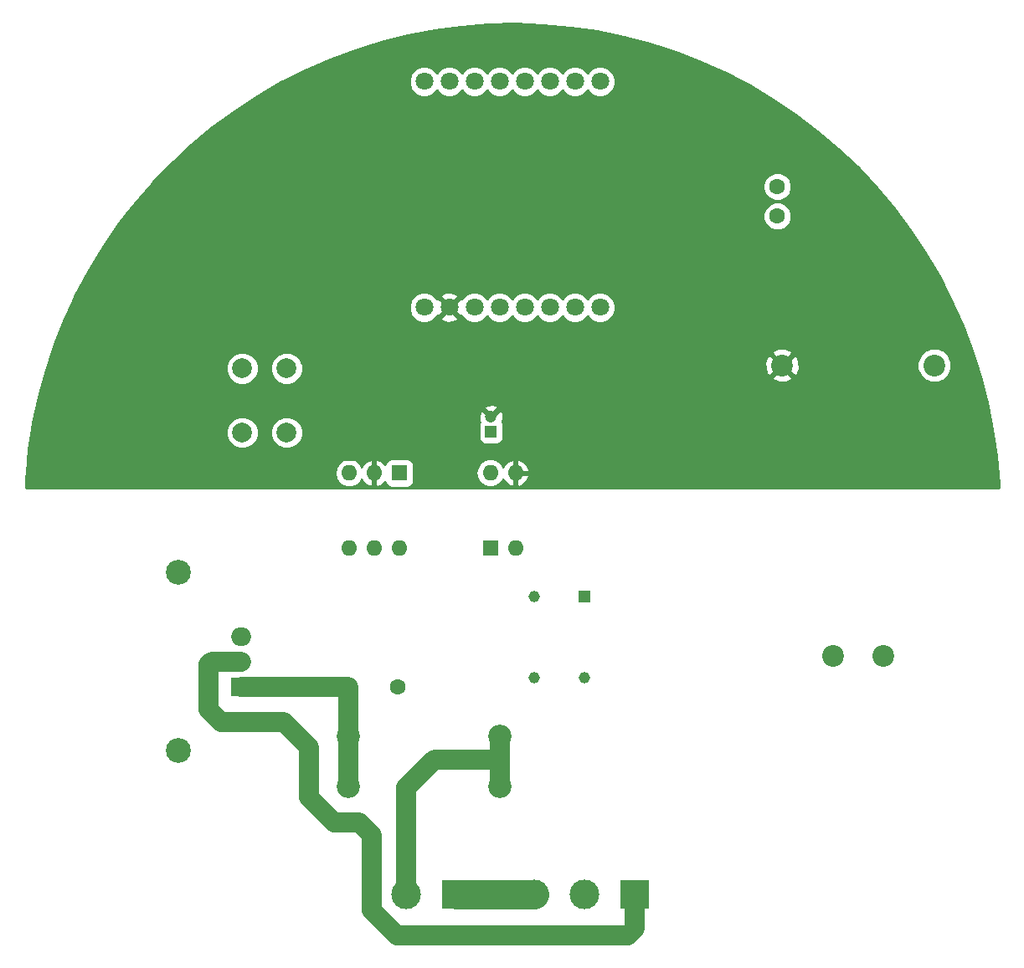
<source format=gbr>
G04 #@! TF.GenerationSoftware,KiCad,Pcbnew,5.0.2+dfsg1-1*
G04 #@! TF.CreationDate,2019-06-14T16:53:16+02:00*
G04 #@! TF.ProjectId,mains-light-controller,6d61696e-732d-46c6-9967-68742d636f6e,v1.0.1*
G04 #@! TF.SameCoordinates,Original*
G04 #@! TF.FileFunction,Copper,L2,Bot*
G04 #@! TF.FilePolarity,Positive*
%FSLAX46Y46*%
G04 Gerber Fmt 4.6, Leading zero omitted, Abs format (unit mm)*
G04 Created by KiCad (PCBNEW 5.0.2+dfsg1-1) date fre 14 jun 2019 16:53:16 CEST*
%MOMM*%
%LPD*%
G01*
G04 APERTURE LIST*
G04 #@! TA.AperFunction,ComponentPad*
%ADD10C,2.350000*%
G04 #@! TD*
G04 #@! TA.AperFunction,ComponentPad*
%ADD11R,1.160000X1.160000*%
G04 #@! TD*
G04 #@! TA.AperFunction,ComponentPad*
%ADD12C,1.160000*%
G04 #@! TD*
G04 #@! TA.AperFunction,ComponentPad*
%ADD13C,2.524000*%
G04 #@! TD*
G04 #@! TA.AperFunction,ComponentPad*
%ADD14O,2.000000X1.905000*%
G04 #@! TD*
G04 #@! TA.AperFunction,ComponentPad*
%ADD15R,2.000000X1.905000*%
G04 #@! TD*
G04 #@! TA.AperFunction,ComponentPad*
%ADD16C,1.600000*%
G04 #@! TD*
G04 #@! TA.AperFunction,ComponentPad*
%ADD17C,1.800000*%
G04 #@! TD*
G04 #@! TA.AperFunction,ComponentPad*
%ADD18C,2.200000*%
G04 #@! TD*
G04 #@! TA.AperFunction,ComponentPad*
%ADD19C,2.000000*%
G04 #@! TD*
G04 #@! TA.AperFunction,ComponentPad*
%ADD20C,1.200000*%
G04 #@! TD*
G04 #@! TA.AperFunction,ComponentPad*
%ADD21R,1.200000X1.200000*%
G04 #@! TD*
G04 #@! TA.AperFunction,ComponentPad*
%ADD22R,3.000000X3.000000*%
G04 #@! TD*
G04 #@! TA.AperFunction,ComponentPad*
%ADD23C,3.000000*%
G04 #@! TD*
G04 #@! TA.AperFunction,ComponentPad*
%ADD24O,1.600000X1.600000*%
G04 #@! TD*
G04 #@! TA.AperFunction,ComponentPad*
%ADD25R,1.600000X1.600000*%
G04 #@! TD*
G04 #@! TA.AperFunction,Conductor*
%ADD26C,2.000000*%
G04 #@! TD*
G04 #@! TA.AperFunction,Conductor*
%ADD27C,3.000000*%
G04 #@! TD*
G04 #@! TA.AperFunction,Conductor*
%ADD28C,0.254000*%
G04 #@! TD*
G04 APERTURE END LIST*
D10*
G04 #@! TO.P,F1,2*
G04 #@! TO.N,Net-(F1-Pad2)*
X63720000Y-87800000D03*
X63720000Y-92880000D03*
G04 #@! TO.P,F1,1*
G04 #@! TO.N,L_OUT*
X48400000Y-87800000D03*
X48400000Y-92880000D03*
G04 #@! TD*
D11*
G04 #@! TO.P,BR1,1*
G04 #@! TO.N,Net-(BR1-Pad1)*
X72350000Y-73675000D03*
D12*
G04 #@! TO.P,BR1,2*
G04 #@! TO.N,Net-(BR1-Pad2)*
X67250000Y-73675000D03*
G04 #@! TO.P,BR1,3*
G04 #@! TO.N,N_MAIN*
X67250000Y-81925000D03*
G04 #@! TO.P,BR1,4*
G04 #@! TO.N,M1_IN*
X72350000Y-81925000D03*
G04 #@! TD*
D13*
G04 #@! TO.P,Q1,5*
G04 #@! TO.N,N/C*
X31290000Y-71260000D03*
G04 #@! TO.P,Q1,4*
X31289999Y-89260000D03*
D14*
G04 #@! TO.P,Q1,3*
G04 #@! TO.N,Net-(Q1-Pad3)*
X37600000Y-77720000D03*
G04 #@! TO.P,Q1,2*
G04 #@! TO.N,M2_IN*
X37600000Y-80260000D03*
D15*
G04 #@! TO.P,Q1,1*
G04 #@! TO.N,L_OUT*
X37600000Y-82800000D03*
G04 #@! TD*
D16*
G04 #@! TO.P,R7,1*
G04 #@! TO.N,+3V3*
X91800000Y-35200000D03*
G04 #@! TO.P,R7,2*
G04 #@! TO.N,A0*
X91800000Y-32200000D03*
G04 #@! TD*
D17*
G04 #@! TO.P,U4,16*
G04 #@! TO.N,+3V3*
X56110000Y-21570000D03*
G04 #@! TO.P,U4,1*
G04 #@! TO.N,+5V*
X56110000Y-44430000D03*
G04 #@! TO.P,U4,15*
G04 #@! TO.N,D8*
X58650000Y-21570000D03*
G04 #@! TO.P,U4,2*
G04 #@! TO.N,GND*
X58650000Y-44430000D03*
G04 #@! TO.P,U4,14*
G04 #@! TO.N,D7*
X61190000Y-21570000D03*
G04 #@! TO.P,U4,3*
G04 #@! TO.N,D4*
X61190000Y-44430000D03*
G04 #@! TO.P,U4,13*
G04 #@! TO.N,D6*
X63730000Y-21570000D03*
G04 #@! TO.P,U4,4*
G04 #@! TO.N,D3*
X63730000Y-44430000D03*
G04 #@! TO.P,U4,12*
G04 #@! TO.N,D5*
X66270000Y-21570000D03*
G04 #@! TO.P,U4,5*
G04 #@! TO.N,D2*
X66270000Y-44430000D03*
G04 #@! TO.P,U4,11*
G04 #@! TO.N,D0*
X68810000Y-21570000D03*
G04 #@! TO.P,U4,6*
G04 #@! TO.N,D1*
X68810000Y-44430000D03*
G04 #@! TO.P,U4,10*
G04 #@! TO.N,A0*
X71350000Y-21570000D03*
G04 #@! TO.P,U4,7*
G04 #@! TO.N,RX*
X71350000Y-44430000D03*
G04 #@! TO.P,U4,9*
G04 #@! TO.N,RST*
X73890000Y-21570000D03*
G04 #@! TO.P,U4,8*
G04 #@! TO.N,TX*
X73890000Y-44430000D03*
G04 #@! TD*
D18*
G04 #@! TO.P,U2,4*
G04 #@! TO.N,+5V*
X107700000Y-50300000D03*
G04 #@! TO.P,U2,3*
G04 #@! TO.N,GND*
X92300000Y-50300000D03*
G04 #@! TO.P,U2,2*
G04 #@! TO.N,N_MAIN*
X102500000Y-79700000D03*
G04 #@! TO.P,U2,1*
G04 #@! TO.N,M2_IN*
X97500000Y-79700000D03*
G04 #@! TD*
D19*
G04 #@! TO.P,SW1,2*
G04 #@! TO.N,+3V3*
X37700000Y-50600000D03*
G04 #@! TO.P,SW1,1*
G04 #@! TO.N,D3*
X42200000Y-50600000D03*
G04 #@! TO.P,SW1,2*
G04 #@! TO.N,+3V3*
X37700000Y-57100000D03*
G04 #@! TO.P,SW1,1*
G04 #@! TO.N,D3*
X42200000Y-57100000D03*
G04 #@! TD*
D20*
G04 #@! TO.P,C1,2*
G04 #@! TO.N,GND*
X62865000Y-55500000D03*
D21*
G04 #@! TO.P,C1,1*
G04 #@! TO.N,D1*
X62865000Y-57000000D03*
G04 #@! TD*
D16*
G04 #@! TO.P,C5,1*
G04 #@! TO.N,Net-(C5-Pad1)*
X53400000Y-82800000D03*
G04 #@! TO.P,C5,2*
G04 #@! TO.N,L_OUT*
X48400000Y-82800000D03*
G04 #@! TD*
D22*
G04 #@! TO.P,J1,1*
G04 #@! TO.N,M2_IN*
X77400000Y-103800000D03*
D23*
G04 #@! TO.P,J1,2*
G04 #@! TO.N,M1_IN*
X72320000Y-103800000D03*
G04 #@! TO.P,J1,3*
G04 #@! TO.N,N_MAIN*
X67240000Y-103800000D03*
G04 #@! TD*
D22*
G04 #@! TO.P,J2,1*
G04 #@! TO.N,N_MAIN*
X59400000Y-103800000D03*
D23*
G04 #@! TO.P,J2,2*
G04 #@! TO.N,Net-(F1-Pad2)*
X54320000Y-103800000D03*
G04 #@! TD*
D24*
G04 #@! TO.P,U1,4*
G04 #@! TO.N,D1*
X62800000Y-61180000D03*
G04 #@! TO.P,U1,2*
G04 #@! TO.N,Net-(BR1-Pad2)*
X65340000Y-68800000D03*
G04 #@! TO.P,U1,3*
G04 #@! TO.N,GND*
X65340000Y-61180000D03*
D25*
G04 #@! TO.P,U1,1*
G04 #@! TO.N,Net-(R1-Pad1)*
X62800000Y-68800000D03*
G04 #@! TD*
D24*
G04 #@! TO.P,U3,6*
G04 #@! TO.N,Net-(R3-Pad2)*
X53600000Y-68820000D03*
G04 #@! TO.P,U3,3*
G04 #@! TO.N,Net-(U3-Pad3)*
X48520000Y-61200000D03*
G04 #@! TO.P,U3,5*
G04 #@! TO.N,Net-(U3-Pad5)*
X51060000Y-68820000D03*
G04 #@! TO.P,U3,2*
G04 #@! TO.N,GND*
X51060000Y-61200000D03*
G04 #@! TO.P,U3,4*
G04 #@! TO.N,Net-(Q1-Pad3)*
X48520000Y-68820000D03*
D25*
G04 #@! TO.P,U3,1*
G04 #@! TO.N,Net-(R5-Pad1)*
X53600000Y-61200000D03*
G04 #@! TD*
D26*
G04 #@! TO.N,M2_IN*
X34600000Y-80260000D02*
X37600000Y-80260000D01*
X34290000Y-80570000D02*
X34600000Y-80260000D01*
X49530000Y-96520000D02*
X46990000Y-96520000D01*
X50800000Y-97790000D02*
X49530000Y-96520000D01*
X50800000Y-105410000D02*
X50800000Y-97790000D01*
X44450000Y-88900000D02*
X41910000Y-86360000D01*
X46990000Y-96520000D02*
X44450000Y-93980000D01*
X44450000Y-93980000D02*
X44450000Y-88900000D01*
X34290000Y-85090000D02*
X34290000Y-80570000D01*
X41910000Y-86360000D02*
X35560000Y-86360000D01*
X35560000Y-86360000D02*
X34290000Y-85090000D01*
X77400000Y-107300000D02*
X76750000Y-107950000D01*
X77400000Y-103800000D02*
X77400000Y-107300000D01*
X53340000Y-107950000D02*
X50800000Y-105410000D01*
X76750000Y-107950000D02*
X53340000Y-107950000D01*
G04 #@! TO.N,L_OUT*
X37600000Y-82800000D02*
X48400000Y-82800000D01*
X48400000Y-92880000D02*
X48400000Y-82800000D01*
D27*
G04 #@! TO.N,N_MAIN*
X59400000Y-103800000D02*
X67240000Y-103800000D01*
D26*
G04 #@! TO.N,Net-(F1-Pad2)*
X63720000Y-90170000D02*
X63720000Y-92880000D01*
X63720000Y-87800000D02*
X63720000Y-90170000D01*
X54320000Y-93000000D02*
X54320000Y-103800000D01*
X63720000Y-90170000D02*
X57150000Y-90170000D01*
X57150000Y-90170000D02*
X54320000Y-93000000D01*
G04 #@! TD*
D28*
G04 #@! TO.N,GND*
G36*
X68093375Y-15832213D02*
X70833171Y-16081554D01*
X73554777Y-16483446D01*
X76249706Y-17036635D01*
X78909552Y-17739397D01*
X81526022Y-18589540D01*
X84090955Y-19584412D01*
X86596355Y-20720911D01*
X89034406Y-21995494D01*
X91397507Y-23404185D01*
X93678288Y-24942591D01*
X95869637Y-26605915D01*
X97964719Y-28388970D01*
X99957002Y-30286196D01*
X101840273Y-32291675D01*
X103608658Y-34399155D01*
X105256643Y-36602062D01*
X106779089Y-38893527D01*
X108171249Y-41266405D01*
X109428779Y-43713296D01*
X110547760Y-46226568D01*
X111524702Y-48798385D01*
X112356557Y-51420726D01*
X113040733Y-54085413D01*
X113575095Y-56784138D01*
X113957977Y-59508483D01*
X114188184Y-62249954D01*
X114200001Y-62673000D01*
X15808503Y-62673000D01*
X15855007Y-61563447D01*
X15890643Y-61200000D01*
X47056887Y-61200000D01*
X47168260Y-61759909D01*
X47485423Y-62234577D01*
X47960091Y-62551740D01*
X48378667Y-62635000D01*
X48661333Y-62635000D01*
X49079909Y-62551740D01*
X49554577Y-62234577D01*
X49810947Y-61850892D01*
X49907611Y-62055134D01*
X50322577Y-62431041D01*
X50710961Y-62591904D01*
X50933000Y-62469915D01*
X50933000Y-61327000D01*
X50913000Y-61327000D01*
X50913000Y-61073000D01*
X50933000Y-61073000D01*
X50933000Y-59930085D01*
X51187000Y-59930085D01*
X51187000Y-61073000D01*
X51207000Y-61073000D01*
X51207000Y-61327000D01*
X51187000Y-61327000D01*
X51187000Y-62469915D01*
X51409039Y-62591904D01*
X51797423Y-62431041D01*
X52170987Y-62092639D01*
X52201843Y-62247765D01*
X52342191Y-62457809D01*
X52552235Y-62598157D01*
X52800000Y-62647440D01*
X54400000Y-62647440D01*
X54647765Y-62598157D01*
X54857809Y-62457809D01*
X54998157Y-62247765D01*
X55047440Y-62000000D01*
X55047440Y-61180000D01*
X61336887Y-61180000D01*
X61448260Y-61739909D01*
X61765423Y-62214577D01*
X62240091Y-62531740D01*
X62658667Y-62615000D01*
X62941333Y-62615000D01*
X63359909Y-62531740D01*
X63834577Y-62214577D01*
X64090947Y-61830892D01*
X64187611Y-62035134D01*
X64602577Y-62411041D01*
X64990961Y-62571904D01*
X65213000Y-62449915D01*
X65213000Y-61307000D01*
X65467000Y-61307000D01*
X65467000Y-62449915D01*
X65689039Y-62571904D01*
X66077423Y-62411041D01*
X66492389Y-62035134D01*
X66731914Y-61529041D01*
X66610629Y-61307000D01*
X65467000Y-61307000D01*
X65213000Y-61307000D01*
X65193000Y-61307000D01*
X65193000Y-61053000D01*
X65213000Y-61053000D01*
X65213000Y-59910085D01*
X65467000Y-59910085D01*
X65467000Y-61053000D01*
X66610629Y-61053000D01*
X66731914Y-60830959D01*
X66492389Y-60324866D01*
X66077423Y-59948959D01*
X65689039Y-59788096D01*
X65467000Y-59910085D01*
X65213000Y-59910085D01*
X64990961Y-59788096D01*
X64602577Y-59948959D01*
X64187611Y-60324866D01*
X64090947Y-60529108D01*
X63834577Y-60145423D01*
X63359909Y-59828260D01*
X62941333Y-59745000D01*
X62658667Y-59745000D01*
X62240091Y-59828260D01*
X61765423Y-60145423D01*
X61448260Y-60620091D01*
X61336887Y-61180000D01*
X55047440Y-61180000D01*
X55047440Y-60400000D01*
X54998157Y-60152235D01*
X54857809Y-59942191D01*
X54647765Y-59801843D01*
X54400000Y-59752560D01*
X52800000Y-59752560D01*
X52552235Y-59801843D01*
X52342191Y-59942191D01*
X52201843Y-60152235D01*
X52170987Y-60307361D01*
X51797423Y-59968959D01*
X51409039Y-59808096D01*
X51187000Y-59930085D01*
X50933000Y-59930085D01*
X50710961Y-59808096D01*
X50322577Y-59968959D01*
X49907611Y-60344866D01*
X49810947Y-60549108D01*
X49554577Y-60165423D01*
X49079909Y-59848260D01*
X48661333Y-59765000D01*
X48378667Y-59765000D01*
X47960091Y-59848260D01*
X47485423Y-60165423D01*
X47168260Y-60640091D01*
X47056887Y-61200000D01*
X15890643Y-61200000D01*
X16123469Y-58825458D01*
X16440930Y-56774778D01*
X36065000Y-56774778D01*
X36065000Y-57425222D01*
X36313914Y-58026153D01*
X36773847Y-58486086D01*
X37374778Y-58735000D01*
X38025222Y-58735000D01*
X38626153Y-58486086D01*
X39086086Y-58026153D01*
X39335000Y-57425222D01*
X39335000Y-56774778D01*
X40565000Y-56774778D01*
X40565000Y-57425222D01*
X40813914Y-58026153D01*
X41273847Y-58486086D01*
X41874778Y-58735000D01*
X42525222Y-58735000D01*
X43126153Y-58486086D01*
X43586086Y-58026153D01*
X43835000Y-57425222D01*
X43835000Y-56774778D01*
X43586086Y-56173847D01*
X43126153Y-55713914D01*
X42525222Y-55465000D01*
X41874778Y-55465000D01*
X41273847Y-55713914D01*
X40813914Y-56173847D01*
X40565000Y-56774778D01*
X39335000Y-56774778D01*
X39086086Y-56173847D01*
X38626153Y-55713914D01*
X38025222Y-55465000D01*
X37374778Y-55465000D01*
X36773847Y-55713914D01*
X36313914Y-56173847D01*
X36065000Y-56774778D01*
X16440930Y-56774778D01*
X16544351Y-56106724D01*
X16709228Y-55331036D01*
X61617193Y-55331036D01*
X61647518Y-55821413D01*
X61739505Y-56043490D01*
X61666843Y-56152235D01*
X61617560Y-56400000D01*
X61617560Y-57600000D01*
X61666843Y-57847765D01*
X61807191Y-58057809D01*
X62017235Y-58198157D01*
X62265000Y-58247440D01*
X63465000Y-58247440D01*
X63712765Y-58198157D01*
X63922809Y-58057809D01*
X64063157Y-57847765D01*
X64112440Y-57600000D01*
X64112440Y-56400000D01*
X64063157Y-56152235D01*
X63986291Y-56037198D01*
X64112807Y-55668964D01*
X64082482Y-55178587D01*
X63953164Y-54866383D01*
X63727735Y-54816870D01*
X63044605Y-55500000D01*
X63058748Y-55514143D01*
X62879143Y-55693748D01*
X62865000Y-55679605D01*
X62850858Y-55693748D01*
X62671253Y-55514143D01*
X62685395Y-55500000D01*
X62002265Y-54816870D01*
X61776836Y-54866383D01*
X61617193Y-55331036D01*
X16709228Y-55331036D01*
X16856693Y-54637265D01*
X62181870Y-54637265D01*
X62865000Y-55320395D01*
X63548130Y-54637265D01*
X63498617Y-54411836D01*
X63033964Y-54252193D01*
X62543587Y-54282518D01*
X62231383Y-54411836D01*
X62181870Y-54637265D01*
X16856693Y-54637265D01*
X17116341Y-53415724D01*
X17837655Y-50760849D01*
X17999349Y-50274778D01*
X36065000Y-50274778D01*
X36065000Y-50925222D01*
X36313914Y-51526153D01*
X36773847Y-51986086D01*
X37374778Y-52235000D01*
X38025222Y-52235000D01*
X38626153Y-51986086D01*
X39086086Y-51526153D01*
X39335000Y-50925222D01*
X39335000Y-50274778D01*
X40565000Y-50274778D01*
X40565000Y-50925222D01*
X40813914Y-51526153D01*
X41273847Y-51986086D01*
X41874778Y-52235000D01*
X42525222Y-52235000D01*
X43126153Y-51986086D01*
X43586086Y-51526153D01*
X43586618Y-51524868D01*
X91254737Y-51524868D01*
X91365641Y-51802099D01*
X92011593Y-52045323D01*
X92701453Y-52022836D01*
X93234359Y-51802099D01*
X93345263Y-51524868D01*
X92300000Y-50479605D01*
X91254737Y-51524868D01*
X43586618Y-51524868D01*
X43835000Y-50925222D01*
X43835000Y-50274778D01*
X43725986Y-50011593D01*
X90554677Y-50011593D01*
X90577164Y-50701453D01*
X90797901Y-51234359D01*
X91075132Y-51345263D01*
X92120395Y-50300000D01*
X92479605Y-50300000D01*
X93524868Y-51345263D01*
X93802099Y-51234359D01*
X94045323Y-50588407D01*
X94024673Y-49954887D01*
X105965000Y-49954887D01*
X105965000Y-50645113D01*
X106229138Y-51282799D01*
X106717201Y-51770862D01*
X107354887Y-52035000D01*
X108045113Y-52035000D01*
X108682799Y-51770862D01*
X109170862Y-51282799D01*
X109435000Y-50645113D01*
X109435000Y-49954887D01*
X109170862Y-49317201D01*
X108682799Y-48829138D01*
X108045113Y-48565000D01*
X107354887Y-48565000D01*
X106717201Y-48829138D01*
X106229138Y-49317201D01*
X105965000Y-49954887D01*
X94024673Y-49954887D01*
X94022836Y-49898547D01*
X93802099Y-49365641D01*
X93524868Y-49254737D01*
X92479605Y-50300000D01*
X92120395Y-50300000D01*
X91075132Y-49254737D01*
X90797901Y-49365641D01*
X90554677Y-50011593D01*
X43725986Y-50011593D01*
X43586086Y-49673847D01*
X43126153Y-49213914D01*
X42791104Y-49075132D01*
X91254737Y-49075132D01*
X92300000Y-50120395D01*
X93345263Y-49075132D01*
X93234359Y-48797901D01*
X92588407Y-48554677D01*
X91898547Y-48577164D01*
X91365641Y-48797901D01*
X91254737Y-49075132D01*
X42791104Y-49075132D01*
X42525222Y-48965000D01*
X41874778Y-48965000D01*
X41273847Y-49213914D01*
X40813914Y-49673847D01*
X40565000Y-50274778D01*
X39335000Y-50274778D01*
X39086086Y-49673847D01*
X38626153Y-49213914D01*
X38025222Y-48965000D01*
X37374778Y-48965000D01*
X36773847Y-49213914D01*
X36313914Y-49673847D01*
X36065000Y-50274778D01*
X17999349Y-50274778D01*
X18706043Y-48150378D01*
X19718798Y-45592452D01*
X20397008Y-44124670D01*
X54575000Y-44124670D01*
X54575000Y-44735330D01*
X54808690Y-45299507D01*
X55240493Y-45731310D01*
X55804670Y-45965000D01*
X56415330Y-45965000D01*
X56979507Y-45731310D01*
X57200658Y-45510159D01*
X57749446Y-45510159D01*
X57835852Y-45766643D01*
X58409336Y-45976458D01*
X59019460Y-45950839D01*
X59464148Y-45766643D01*
X59550554Y-45510159D01*
X58650000Y-44609605D01*
X57749446Y-45510159D01*
X57200658Y-45510159D01*
X57411310Y-45299507D01*
X57419438Y-45279885D01*
X57569841Y-45330554D01*
X58470395Y-44430000D01*
X58829605Y-44430000D01*
X59730159Y-45330554D01*
X59880562Y-45279885D01*
X59888690Y-45299507D01*
X60320493Y-45731310D01*
X60884670Y-45965000D01*
X61495330Y-45965000D01*
X62059507Y-45731310D01*
X62460000Y-45330817D01*
X62860493Y-45731310D01*
X63424670Y-45965000D01*
X64035330Y-45965000D01*
X64599507Y-45731310D01*
X65000000Y-45330817D01*
X65400493Y-45731310D01*
X65964670Y-45965000D01*
X66575330Y-45965000D01*
X67139507Y-45731310D01*
X67540000Y-45330817D01*
X67940493Y-45731310D01*
X68504670Y-45965000D01*
X69115330Y-45965000D01*
X69679507Y-45731310D01*
X70080000Y-45330817D01*
X70480493Y-45731310D01*
X71044670Y-45965000D01*
X71655330Y-45965000D01*
X72219507Y-45731310D01*
X72620000Y-45330817D01*
X73020493Y-45731310D01*
X73584670Y-45965000D01*
X74195330Y-45965000D01*
X74759507Y-45731310D01*
X75191310Y-45299507D01*
X75425000Y-44735330D01*
X75425000Y-44124670D01*
X75191310Y-43560493D01*
X74759507Y-43128690D01*
X74195330Y-42895000D01*
X73584670Y-42895000D01*
X73020493Y-43128690D01*
X72620000Y-43529183D01*
X72219507Y-43128690D01*
X71655330Y-42895000D01*
X71044670Y-42895000D01*
X70480493Y-43128690D01*
X70080000Y-43529183D01*
X69679507Y-43128690D01*
X69115330Y-42895000D01*
X68504670Y-42895000D01*
X67940493Y-43128690D01*
X67540000Y-43529183D01*
X67139507Y-43128690D01*
X66575330Y-42895000D01*
X65964670Y-42895000D01*
X65400493Y-43128690D01*
X65000000Y-43529183D01*
X64599507Y-43128690D01*
X64035330Y-42895000D01*
X63424670Y-42895000D01*
X62860493Y-43128690D01*
X62460000Y-43529183D01*
X62059507Y-43128690D01*
X61495330Y-42895000D01*
X60884670Y-42895000D01*
X60320493Y-43128690D01*
X59888690Y-43560493D01*
X59880562Y-43580115D01*
X59730159Y-43529446D01*
X58829605Y-44430000D01*
X58470395Y-44430000D01*
X57569841Y-43529446D01*
X57419438Y-43580115D01*
X57411310Y-43560493D01*
X57200658Y-43349841D01*
X57749446Y-43349841D01*
X58650000Y-44250395D01*
X59550554Y-43349841D01*
X59464148Y-43093357D01*
X58890664Y-42883542D01*
X58280540Y-42909161D01*
X57835852Y-43093357D01*
X57749446Y-43349841D01*
X57200658Y-43349841D01*
X56979507Y-43128690D01*
X56415330Y-42895000D01*
X55804670Y-42895000D01*
X55240493Y-43128690D01*
X54808690Y-43560493D01*
X54575000Y-44124670D01*
X20397008Y-44124670D01*
X20872760Y-43095048D01*
X22164332Y-40665954D01*
X23589486Y-38312745D01*
X25143778Y-36042760D01*
X26012607Y-34914561D01*
X90365000Y-34914561D01*
X90365000Y-35485439D01*
X90583466Y-36012862D01*
X90987138Y-36416534D01*
X91514561Y-36635000D01*
X92085439Y-36635000D01*
X92612862Y-36416534D01*
X93016534Y-36012862D01*
X93235000Y-35485439D01*
X93235000Y-34914561D01*
X93016534Y-34387138D01*
X92612862Y-33983466D01*
X92085439Y-33765000D01*
X91514561Y-33765000D01*
X90987138Y-33983466D01*
X90583466Y-34387138D01*
X90365000Y-34914561D01*
X26012607Y-34914561D01*
X26822360Y-33863076D01*
X28504273Y-31914561D01*
X90365000Y-31914561D01*
X90365000Y-32485439D01*
X90583466Y-33012862D01*
X90987138Y-33416534D01*
X91514561Y-33635000D01*
X92085439Y-33635000D01*
X92612862Y-33416534D01*
X93016534Y-33012862D01*
X93235000Y-32485439D01*
X93235000Y-31914561D01*
X93016534Y-31387138D01*
X92612862Y-30983466D01*
X92085439Y-30765000D01*
X91514561Y-30765000D01*
X90987138Y-30983466D01*
X90583466Y-31387138D01*
X90365000Y-31914561D01*
X28504273Y-31914561D01*
X28619998Y-31780493D01*
X30531086Y-29801503D01*
X32549664Y-27932280D01*
X34669437Y-26178650D01*
X36883796Y-24546084D01*
X39185834Y-23039673D01*
X41568373Y-21664113D01*
X42359135Y-21264670D01*
X54575000Y-21264670D01*
X54575000Y-21875330D01*
X54808690Y-22439507D01*
X55240493Y-22871310D01*
X55804670Y-23105000D01*
X56415330Y-23105000D01*
X56979507Y-22871310D01*
X57380000Y-22470817D01*
X57780493Y-22871310D01*
X58344670Y-23105000D01*
X58955330Y-23105000D01*
X59519507Y-22871310D01*
X59920000Y-22470817D01*
X60320493Y-22871310D01*
X60884670Y-23105000D01*
X61495330Y-23105000D01*
X62059507Y-22871310D01*
X62460000Y-22470817D01*
X62860493Y-22871310D01*
X63424670Y-23105000D01*
X64035330Y-23105000D01*
X64599507Y-22871310D01*
X65000000Y-22470817D01*
X65400493Y-22871310D01*
X65964670Y-23105000D01*
X66575330Y-23105000D01*
X67139507Y-22871310D01*
X67540000Y-22470817D01*
X67940493Y-22871310D01*
X68504670Y-23105000D01*
X69115330Y-23105000D01*
X69679507Y-22871310D01*
X70080000Y-22470817D01*
X70480493Y-22871310D01*
X71044670Y-23105000D01*
X71655330Y-23105000D01*
X72219507Y-22871310D01*
X72620000Y-22470817D01*
X73020493Y-22871310D01*
X73584670Y-23105000D01*
X74195330Y-23105000D01*
X74759507Y-22871310D01*
X75191310Y-22439507D01*
X75425000Y-21875330D01*
X75425000Y-21264670D01*
X75191310Y-20700493D01*
X74759507Y-20268690D01*
X74195330Y-20035000D01*
X73584670Y-20035000D01*
X73020493Y-20268690D01*
X72620000Y-20669183D01*
X72219507Y-20268690D01*
X71655330Y-20035000D01*
X71044670Y-20035000D01*
X70480493Y-20268690D01*
X70080000Y-20669183D01*
X69679507Y-20268690D01*
X69115330Y-20035000D01*
X68504670Y-20035000D01*
X67940493Y-20268690D01*
X67540000Y-20669183D01*
X67139507Y-20268690D01*
X66575330Y-20035000D01*
X65964670Y-20035000D01*
X65400493Y-20268690D01*
X65000000Y-20669183D01*
X64599507Y-20268690D01*
X64035330Y-20035000D01*
X63424670Y-20035000D01*
X62860493Y-20268690D01*
X62460000Y-20669183D01*
X62059507Y-20268690D01*
X61495330Y-20035000D01*
X60884670Y-20035000D01*
X60320493Y-20268690D01*
X59920000Y-20669183D01*
X59519507Y-20268690D01*
X58955330Y-20035000D01*
X58344670Y-20035000D01*
X57780493Y-20268690D01*
X57380000Y-20669183D01*
X56979507Y-20268690D01*
X56415330Y-20035000D01*
X55804670Y-20035000D01*
X55240493Y-20268690D01*
X54808690Y-20700493D01*
X54575000Y-21264670D01*
X42359135Y-21264670D01*
X44023983Y-20423695D01*
X46545006Y-19322287D01*
X49123581Y-18363324D01*
X51751665Y-17549796D01*
X54421064Y-16884240D01*
X57123453Y-16368732D01*
X59850405Y-16004879D01*
X62593416Y-15793816D01*
X65343932Y-15736201D01*
X68093375Y-15832213D01*
X68093375Y-15832213D01*
G37*
X68093375Y-15832213D02*
X70833171Y-16081554D01*
X73554777Y-16483446D01*
X76249706Y-17036635D01*
X78909552Y-17739397D01*
X81526022Y-18589540D01*
X84090955Y-19584412D01*
X86596355Y-20720911D01*
X89034406Y-21995494D01*
X91397507Y-23404185D01*
X93678288Y-24942591D01*
X95869637Y-26605915D01*
X97964719Y-28388970D01*
X99957002Y-30286196D01*
X101840273Y-32291675D01*
X103608658Y-34399155D01*
X105256643Y-36602062D01*
X106779089Y-38893527D01*
X108171249Y-41266405D01*
X109428779Y-43713296D01*
X110547760Y-46226568D01*
X111524702Y-48798385D01*
X112356557Y-51420726D01*
X113040733Y-54085413D01*
X113575095Y-56784138D01*
X113957977Y-59508483D01*
X114188184Y-62249954D01*
X114200001Y-62673000D01*
X15808503Y-62673000D01*
X15855007Y-61563447D01*
X15890643Y-61200000D01*
X47056887Y-61200000D01*
X47168260Y-61759909D01*
X47485423Y-62234577D01*
X47960091Y-62551740D01*
X48378667Y-62635000D01*
X48661333Y-62635000D01*
X49079909Y-62551740D01*
X49554577Y-62234577D01*
X49810947Y-61850892D01*
X49907611Y-62055134D01*
X50322577Y-62431041D01*
X50710961Y-62591904D01*
X50933000Y-62469915D01*
X50933000Y-61327000D01*
X50913000Y-61327000D01*
X50913000Y-61073000D01*
X50933000Y-61073000D01*
X50933000Y-59930085D01*
X51187000Y-59930085D01*
X51187000Y-61073000D01*
X51207000Y-61073000D01*
X51207000Y-61327000D01*
X51187000Y-61327000D01*
X51187000Y-62469915D01*
X51409039Y-62591904D01*
X51797423Y-62431041D01*
X52170987Y-62092639D01*
X52201843Y-62247765D01*
X52342191Y-62457809D01*
X52552235Y-62598157D01*
X52800000Y-62647440D01*
X54400000Y-62647440D01*
X54647765Y-62598157D01*
X54857809Y-62457809D01*
X54998157Y-62247765D01*
X55047440Y-62000000D01*
X55047440Y-61180000D01*
X61336887Y-61180000D01*
X61448260Y-61739909D01*
X61765423Y-62214577D01*
X62240091Y-62531740D01*
X62658667Y-62615000D01*
X62941333Y-62615000D01*
X63359909Y-62531740D01*
X63834577Y-62214577D01*
X64090947Y-61830892D01*
X64187611Y-62035134D01*
X64602577Y-62411041D01*
X64990961Y-62571904D01*
X65213000Y-62449915D01*
X65213000Y-61307000D01*
X65467000Y-61307000D01*
X65467000Y-62449915D01*
X65689039Y-62571904D01*
X66077423Y-62411041D01*
X66492389Y-62035134D01*
X66731914Y-61529041D01*
X66610629Y-61307000D01*
X65467000Y-61307000D01*
X65213000Y-61307000D01*
X65193000Y-61307000D01*
X65193000Y-61053000D01*
X65213000Y-61053000D01*
X65213000Y-59910085D01*
X65467000Y-59910085D01*
X65467000Y-61053000D01*
X66610629Y-61053000D01*
X66731914Y-60830959D01*
X66492389Y-60324866D01*
X66077423Y-59948959D01*
X65689039Y-59788096D01*
X65467000Y-59910085D01*
X65213000Y-59910085D01*
X64990961Y-59788096D01*
X64602577Y-59948959D01*
X64187611Y-60324866D01*
X64090947Y-60529108D01*
X63834577Y-60145423D01*
X63359909Y-59828260D01*
X62941333Y-59745000D01*
X62658667Y-59745000D01*
X62240091Y-59828260D01*
X61765423Y-60145423D01*
X61448260Y-60620091D01*
X61336887Y-61180000D01*
X55047440Y-61180000D01*
X55047440Y-60400000D01*
X54998157Y-60152235D01*
X54857809Y-59942191D01*
X54647765Y-59801843D01*
X54400000Y-59752560D01*
X52800000Y-59752560D01*
X52552235Y-59801843D01*
X52342191Y-59942191D01*
X52201843Y-60152235D01*
X52170987Y-60307361D01*
X51797423Y-59968959D01*
X51409039Y-59808096D01*
X51187000Y-59930085D01*
X50933000Y-59930085D01*
X50710961Y-59808096D01*
X50322577Y-59968959D01*
X49907611Y-60344866D01*
X49810947Y-60549108D01*
X49554577Y-60165423D01*
X49079909Y-59848260D01*
X48661333Y-59765000D01*
X48378667Y-59765000D01*
X47960091Y-59848260D01*
X47485423Y-60165423D01*
X47168260Y-60640091D01*
X47056887Y-61200000D01*
X15890643Y-61200000D01*
X16123469Y-58825458D01*
X16440930Y-56774778D01*
X36065000Y-56774778D01*
X36065000Y-57425222D01*
X36313914Y-58026153D01*
X36773847Y-58486086D01*
X37374778Y-58735000D01*
X38025222Y-58735000D01*
X38626153Y-58486086D01*
X39086086Y-58026153D01*
X39335000Y-57425222D01*
X39335000Y-56774778D01*
X40565000Y-56774778D01*
X40565000Y-57425222D01*
X40813914Y-58026153D01*
X41273847Y-58486086D01*
X41874778Y-58735000D01*
X42525222Y-58735000D01*
X43126153Y-58486086D01*
X43586086Y-58026153D01*
X43835000Y-57425222D01*
X43835000Y-56774778D01*
X43586086Y-56173847D01*
X43126153Y-55713914D01*
X42525222Y-55465000D01*
X41874778Y-55465000D01*
X41273847Y-55713914D01*
X40813914Y-56173847D01*
X40565000Y-56774778D01*
X39335000Y-56774778D01*
X39086086Y-56173847D01*
X38626153Y-55713914D01*
X38025222Y-55465000D01*
X37374778Y-55465000D01*
X36773847Y-55713914D01*
X36313914Y-56173847D01*
X36065000Y-56774778D01*
X16440930Y-56774778D01*
X16544351Y-56106724D01*
X16709228Y-55331036D01*
X61617193Y-55331036D01*
X61647518Y-55821413D01*
X61739505Y-56043490D01*
X61666843Y-56152235D01*
X61617560Y-56400000D01*
X61617560Y-57600000D01*
X61666843Y-57847765D01*
X61807191Y-58057809D01*
X62017235Y-58198157D01*
X62265000Y-58247440D01*
X63465000Y-58247440D01*
X63712765Y-58198157D01*
X63922809Y-58057809D01*
X64063157Y-57847765D01*
X64112440Y-57600000D01*
X64112440Y-56400000D01*
X64063157Y-56152235D01*
X63986291Y-56037198D01*
X64112807Y-55668964D01*
X64082482Y-55178587D01*
X63953164Y-54866383D01*
X63727735Y-54816870D01*
X63044605Y-55500000D01*
X63058748Y-55514143D01*
X62879143Y-55693748D01*
X62865000Y-55679605D01*
X62850858Y-55693748D01*
X62671253Y-55514143D01*
X62685395Y-55500000D01*
X62002265Y-54816870D01*
X61776836Y-54866383D01*
X61617193Y-55331036D01*
X16709228Y-55331036D01*
X16856693Y-54637265D01*
X62181870Y-54637265D01*
X62865000Y-55320395D01*
X63548130Y-54637265D01*
X63498617Y-54411836D01*
X63033964Y-54252193D01*
X62543587Y-54282518D01*
X62231383Y-54411836D01*
X62181870Y-54637265D01*
X16856693Y-54637265D01*
X17116341Y-53415724D01*
X17837655Y-50760849D01*
X17999349Y-50274778D01*
X36065000Y-50274778D01*
X36065000Y-50925222D01*
X36313914Y-51526153D01*
X36773847Y-51986086D01*
X37374778Y-52235000D01*
X38025222Y-52235000D01*
X38626153Y-51986086D01*
X39086086Y-51526153D01*
X39335000Y-50925222D01*
X39335000Y-50274778D01*
X40565000Y-50274778D01*
X40565000Y-50925222D01*
X40813914Y-51526153D01*
X41273847Y-51986086D01*
X41874778Y-52235000D01*
X42525222Y-52235000D01*
X43126153Y-51986086D01*
X43586086Y-51526153D01*
X43586618Y-51524868D01*
X91254737Y-51524868D01*
X91365641Y-51802099D01*
X92011593Y-52045323D01*
X92701453Y-52022836D01*
X93234359Y-51802099D01*
X93345263Y-51524868D01*
X92300000Y-50479605D01*
X91254737Y-51524868D01*
X43586618Y-51524868D01*
X43835000Y-50925222D01*
X43835000Y-50274778D01*
X43725986Y-50011593D01*
X90554677Y-50011593D01*
X90577164Y-50701453D01*
X90797901Y-51234359D01*
X91075132Y-51345263D01*
X92120395Y-50300000D01*
X92479605Y-50300000D01*
X93524868Y-51345263D01*
X93802099Y-51234359D01*
X94045323Y-50588407D01*
X94024673Y-49954887D01*
X105965000Y-49954887D01*
X105965000Y-50645113D01*
X106229138Y-51282799D01*
X106717201Y-51770862D01*
X107354887Y-52035000D01*
X108045113Y-52035000D01*
X108682799Y-51770862D01*
X109170862Y-51282799D01*
X109435000Y-50645113D01*
X109435000Y-49954887D01*
X109170862Y-49317201D01*
X108682799Y-48829138D01*
X108045113Y-48565000D01*
X107354887Y-48565000D01*
X106717201Y-48829138D01*
X106229138Y-49317201D01*
X105965000Y-49954887D01*
X94024673Y-49954887D01*
X94022836Y-49898547D01*
X93802099Y-49365641D01*
X93524868Y-49254737D01*
X92479605Y-50300000D01*
X92120395Y-50300000D01*
X91075132Y-49254737D01*
X90797901Y-49365641D01*
X90554677Y-50011593D01*
X43725986Y-50011593D01*
X43586086Y-49673847D01*
X43126153Y-49213914D01*
X42791104Y-49075132D01*
X91254737Y-49075132D01*
X92300000Y-50120395D01*
X93345263Y-49075132D01*
X93234359Y-48797901D01*
X92588407Y-48554677D01*
X91898547Y-48577164D01*
X91365641Y-48797901D01*
X91254737Y-49075132D01*
X42791104Y-49075132D01*
X42525222Y-48965000D01*
X41874778Y-48965000D01*
X41273847Y-49213914D01*
X40813914Y-49673847D01*
X40565000Y-50274778D01*
X39335000Y-50274778D01*
X39086086Y-49673847D01*
X38626153Y-49213914D01*
X38025222Y-48965000D01*
X37374778Y-48965000D01*
X36773847Y-49213914D01*
X36313914Y-49673847D01*
X36065000Y-50274778D01*
X17999349Y-50274778D01*
X18706043Y-48150378D01*
X19718798Y-45592452D01*
X20397008Y-44124670D01*
X54575000Y-44124670D01*
X54575000Y-44735330D01*
X54808690Y-45299507D01*
X55240493Y-45731310D01*
X55804670Y-45965000D01*
X56415330Y-45965000D01*
X56979507Y-45731310D01*
X57200658Y-45510159D01*
X57749446Y-45510159D01*
X57835852Y-45766643D01*
X58409336Y-45976458D01*
X59019460Y-45950839D01*
X59464148Y-45766643D01*
X59550554Y-45510159D01*
X58650000Y-44609605D01*
X57749446Y-45510159D01*
X57200658Y-45510159D01*
X57411310Y-45299507D01*
X57419438Y-45279885D01*
X57569841Y-45330554D01*
X58470395Y-44430000D01*
X58829605Y-44430000D01*
X59730159Y-45330554D01*
X59880562Y-45279885D01*
X59888690Y-45299507D01*
X60320493Y-45731310D01*
X60884670Y-45965000D01*
X61495330Y-45965000D01*
X62059507Y-45731310D01*
X62460000Y-45330817D01*
X62860493Y-45731310D01*
X63424670Y-45965000D01*
X64035330Y-45965000D01*
X64599507Y-45731310D01*
X65000000Y-45330817D01*
X65400493Y-45731310D01*
X65964670Y-45965000D01*
X66575330Y-45965000D01*
X67139507Y-45731310D01*
X67540000Y-45330817D01*
X67940493Y-45731310D01*
X68504670Y-45965000D01*
X69115330Y-45965000D01*
X69679507Y-45731310D01*
X70080000Y-45330817D01*
X70480493Y-45731310D01*
X71044670Y-45965000D01*
X71655330Y-45965000D01*
X72219507Y-45731310D01*
X72620000Y-45330817D01*
X73020493Y-45731310D01*
X73584670Y-45965000D01*
X74195330Y-45965000D01*
X74759507Y-45731310D01*
X75191310Y-45299507D01*
X75425000Y-44735330D01*
X75425000Y-44124670D01*
X75191310Y-43560493D01*
X74759507Y-43128690D01*
X74195330Y-42895000D01*
X73584670Y-42895000D01*
X73020493Y-43128690D01*
X72620000Y-43529183D01*
X72219507Y-43128690D01*
X71655330Y-42895000D01*
X71044670Y-42895000D01*
X70480493Y-43128690D01*
X70080000Y-43529183D01*
X69679507Y-43128690D01*
X69115330Y-42895000D01*
X68504670Y-42895000D01*
X67940493Y-43128690D01*
X67540000Y-43529183D01*
X67139507Y-43128690D01*
X66575330Y-42895000D01*
X65964670Y-42895000D01*
X65400493Y-43128690D01*
X65000000Y-43529183D01*
X64599507Y-43128690D01*
X64035330Y-42895000D01*
X63424670Y-42895000D01*
X62860493Y-43128690D01*
X62460000Y-43529183D01*
X62059507Y-43128690D01*
X61495330Y-42895000D01*
X60884670Y-42895000D01*
X60320493Y-43128690D01*
X59888690Y-43560493D01*
X59880562Y-43580115D01*
X59730159Y-43529446D01*
X58829605Y-44430000D01*
X58470395Y-44430000D01*
X57569841Y-43529446D01*
X57419438Y-43580115D01*
X57411310Y-43560493D01*
X57200658Y-43349841D01*
X57749446Y-43349841D01*
X58650000Y-44250395D01*
X59550554Y-43349841D01*
X59464148Y-43093357D01*
X58890664Y-42883542D01*
X58280540Y-42909161D01*
X57835852Y-43093357D01*
X57749446Y-43349841D01*
X57200658Y-43349841D01*
X56979507Y-43128690D01*
X56415330Y-42895000D01*
X55804670Y-42895000D01*
X55240493Y-43128690D01*
X54808690Y-43560493D01*
X54575000Y-44124670D01*
X20397008Y-44124670D01*
X20872760Y-43095048D01*
X22164332Y-40665954D01*
X23589486Y-38312745D01*
X25143778Y-36042760D01*
X26012607Y-34914561D01*
X90365000Y-34914561D01*
X90365000Y-35485439D01*
X90583466Y-36012862D01*
X90987138Y-36416534D01*
X91514561Y-36635000D01*
X92085439Y-36635000D01*
X92612862Y-36416534D01*
X93016534Y-36012862D01*
X93235000Y-35485439D01*
X93235000Y-34914561D01*
X93016534Y-34387138D01*
X92612862Y-33983466D01*
X92085439Y-33765000D01*
X91514561Y-33765000D01*
X90987138Y-33983466D01*
X90583466Y-34387138D01*
X90365000Y-34914561D01*
X26012607Y-34914561D01*
X26822360Y-33863076D01*
X28504273Y-31914561D01*
X90365000Y-31914561D01*
X90365000Y-32485439D01*
X90583466Y-33012862D01*
X90987138Y-33416534D01*
X91514561Y-33635000D01*
X92085439Y-33635000D01*
X92612862Y-33416534D01*
X93016534Y-33012862D01*
X93235000Y-32485439D01*
X93235000Y-31914561D01*
X93016534Y-31387138D01*
X92612862Y-30983466D01*
X92085439Y-30765000D01*
X91514561Y-30765000D01*
X90987138Y-30983466D01*
X90583466Y-31387138D01*
X90365000Y-31914561D01*
X28504273Y-31914561D01*
X28619998Y-31780493D01*
X30531086Y-29801503D01*
X32549664Y-27932280D01*
X34669437Y-26178650D01*
X36883796Y-24546084D01*
X39185834Y-23039673D01*
X41568373Y-21664113D01*
X42359135Y-21264670D01*
X54575000Y-21264670D01*
X54575000Y-21875330D01*
X54808690Y-22439507D01*
X55240493Y-22871310D01*
X55804670Y-23105000D01*
X56415330Y-23105000D01*
X56979507Y-22871310D01*
X57380000Y-22470817D01*
X57780493Y-22871310D01*
X58344670Y-23105000D01*
X58955330Y-23105000D01*
X59519507Y-22871310D01*
X59920000Y-22470817D01*
X60320493Y-22871310D01*
X60884670Y-23105000D01*
X61495330Y-23105000D01*
X62059507Y-22871310D01*
X62460000Y-22470817D01*
X62860493Y-22871310D01*
X63424670Y-23105000D01*
X64035330Y-23105000D01*
X64599507Y-22871310D01*
X65000000Y-22470817D01*
X65400493Y-22871310D01*
X65964670Y-23105000D01*
X66575330Y-23105000D01*
X67139507Y-22871310D01*
X67540000Y-22470817D01*
X67940493Y-22871310D01*
X68504670Y-23105000D01*
X69115330Y-23105000D01*
X69679507Y-22871310D01*
X70080000Y-22470817D01*
X70480493Y-22871310D01*
X71044670Y-23105000D01*
X71655330Y-23105000D01*
X72219507Y-22871310D01*
X72620000Y-22470817D01*
X73020493Y-22871310D01*
X73584670Y-23105000D01*
X74195330Y-23105000D01*
X74759507Y-22871310D01*
X75191310Y-22439507D01*
X75425000Y-21875330D01*
X75425000Y-21264670D01*
X75191310Y-20700493D01*
X74759507Y-20268690D01*
X74195330Y-20035000D01*
X73584670Y-20035000D01*
X73020493Y-20268690D01*
X72620000Y-20669183D01*
X72219507Y-20268690D01*
X71655330Y-20035000D01*
X71044670Y-20035000D01*
X70480493Y-20268690D01*
X70080000Y-20669183D01*
X69679507Y-20268690D01*
X69115330Y-20035000D01*
X68504670Y-20035000D01*
X67940493Y-20268690D01*
X67540000Y-20669183D01*
X67139507Y-20268690D01*
X66575330Y-20035000D01*
X65964670Y-20035000D01*
X65400493Y-20268690D01*
X65000000Y-20669183D01*
X64599507Y-20268690D01*
X64035330Y-20035000D01*
X63424670Y-20035000D01*
X62860493Y-20268690D01*
X62460000Y-20669183D01*
X62059507Y-20268690D01*
X61495330Y-20035000D01*
X60884670Y-20035000D01*
X60320493Y-20268690D01*
X59920000Y-20669183D01*
X59519507Y-20268690D01*
X58955330Y-20035000D01*
X58344670Y-20035000D01*
X57780493Y-20268690D01*
X57380000Y-20669183D01*
X56979507Y-20268690D01*
X56415330Y-20035000D01*
X55804670Y-20035000D01*
X55240493Y-20268690D01*
X54808690Y-20700493D01*
X54575000Y-21264670D01*
X42359135Y-21264670D01*
X44023983Y-20423695D01*
X46545006Y-19322287D01*
X49123581Y-18363324D01*
X51751665Y-17549796D01*
X54421064Y-16884240D01*
X57123453Y-16368732D01*
X59850405Y-16004879D01*
X62593416Y-15793816D01*
X65343932Y-15736201D01*
X68093375Y-15832213D01*
G04 #@! TD*
M02*

</source>
